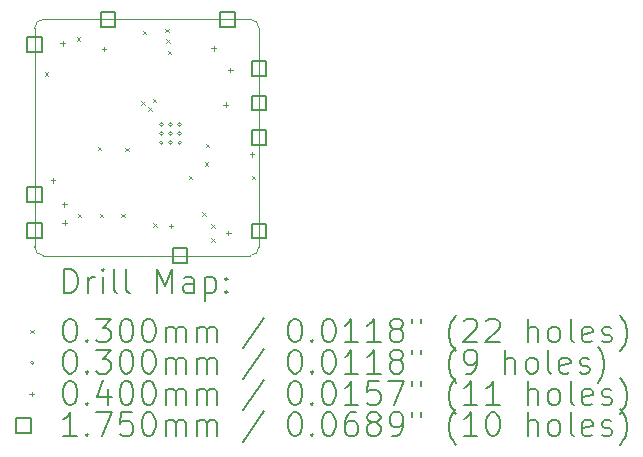
<source format=gbr>
%FSLAX45Y45*%
G04 Gerber Fmt 4.5, Leading zero omitted, Abs format (unit mm)*
G04 Created by KiCad (PCBNEW (6.0.0)) date 2022-08-29 11:13:16*
%MOMM*%
%LPD*%
G01*
G04 APERTURE LIST*
%TA.AperFunction,Profile*%
%ADD10C,0.100000*%
%TD*%
%ADD11C,0.200000*%
%ADD12C,0.030000*%
%ADD13C,0.040000*%
%ADD14C,0.175000*%
G04 APERTURE END LIST*
D10*
X14270920Y-9091680D02*
G75*
G03*
X14346000Y-9018200I3651J71367D01*
G01*
X12446000Y-7166680D02*
X12446000Y-9018200D01*
X14270920Y-7091680D02*
X12521000Y-7091680D01*
X12446000Y-9018200D02*
G75*
G03*
X12521000Y-9091680I72750J-761D01*
G01*
X12521000Y-9091680D02*
X14270920Y-9091680D01*
X12521000Y-7091680D02*
G75*
G03*
X12446000Y-7166680I-101J-74900D01*
G01*
X14346000Y-9018200D02*
X14346000Y-7166680D01*
X14346000Y-7166680D02*
G75*
G03*
X14270920Y-7091680I-74303J698D01*
G01*
D11*
D12*
X12530060Y-7541500D02*
X12560060Y-7571500D01*
X12560060Y-7541500D02*
X12530060Y-7571500D01*
X12804380Y-7244320D02*
X12834380Y-7274320D01*
X12834380Y-7244320D02*
X12804380Y-7274320D01*
X12812000Y-8737840D02*
X12842000Y-8767840D01*
X12842000Y-8737840D02*
X12812000Y-8767840D01*
X12982180Y-8171420D02*
X13012180Y-8201420D01*
X13012180Y-8171420D02*
X12982180Y-8201420D01*
X12997420Y-8737840D02*
X13027420Y-8767840D01*
X13027420Y-8737840D02*
X12997420Y-8767840D01*
X13177760Y-8737840D02*
X13207760Y-8767840D01*
X13207760Y-8737840D02*
X13177760Y-8767840D01*
X13212000Y-8180000D02*
X13242000Y-8210000D01*
X13242000Y-8180000D02*
X13212000Y-8210000D01*
X13350480Y-7785340D02*
X13380480Y-7815340D01*
X13380480Y-7785340D02*
X13350480Y-7815340D01*
X13360000Y-7188000D02*
X13390000Y-7218000D01*
X13390000Y-7188000D02*
X13360000Y-7218000D01*
X13406000Y-7837000D02*
X13436000Y-7867000D01*
X13436000Y-7837000D02*
X13406000Y-7867000D01*
X13447000Y-7765020D02*
X13477000Y-7795020D01*
X13477000Y-7765020D02*
X13447000Y-7795020D01*
X13450000Y-8820000D02*
X13480000Y-8850000D01*
X13480000Y-8820000D02*
X13450000Y-8850000D01*
X13551140Y-7173200D02*
X13581140Y-7203200D01*
X13581140Y-7173200D02*
X13551140Y-7203200D01*
X13559000Y-7261000D02*
X13589000Y-7291000D01*
X13589000Y-7261000D02*
X13559000Y-7291000D01*
X13574000Y-7358620D02*
X13604000Y-7388620D01*
X13604000Y-7358620D02*
X13574000Y-7388620D01*
X13751800Y-8417800D02*
X13781800Y-8447800D01*
X13781800Y-8417800D02*
X13751800Y-8447800D01*
X13867000Y-8725000D02*
X13897000Y-8755000D01*
X13897000Y-8725000D02*
X13867000Y-8755000D01*
X13886420Y-8300960D02*
X13916420Y-8330960D01*
X13916420Y-8300960D02*
X13886420Y-8330960D01*
X13896580Y-8143480D02*
X13926580Y-8173480D01*
X13926580Y-8143480D02*
X13896580Y-8173480D01*
X13940000Y-8826000D02*
X13970000Y-8856000D01*
X13970000Y-8826000D02*
X13940000Y-8856000D01*
X13942000Y-8945000D02*
X13972000Y-8975000D01*
X13972000Y-8945000D02*
X13942000Y-8975000D01*
X14285200Y-8417800D02*
X14315200Y-8447800D01*
X14315200Y-8417800D02*
X14285200Y-8447800D01*
X13534120Y-7981920D02*
G75*
G03*
X13534120Y-7981920I-15000J0D01*
G01*
X13534120Y-8059420D02*
G75*
G03*
X13534120Y-8059420I-15000J0D01*
G01*
X13534120Y-8136920D02*
G75*
G03*
X13534120Y-8136920I-15000J0D01*
G01*
X13611620Y-7981920D02*
G75*
G03*
X13611620Y-7981920I-15000J0D01*
G01*
X13611620Y-8059420D02*
G75*
G03*
X13611620Y-8059420I-15000J0D01*
G01*
X13611620Y-8136920D02*
G75*
G03*
X13611620Y-8136920I-15000J0D01*
G01*
X13689120Y-7981920D02*
G75*
G03*
X13689120Y-7981920I-15000J0D01*
G01*
X13689120Y-8059420D02*
G75*
G03*
X13689120Y-8059420I-15000J0D01*
G01*
X13689120Y-8136920D02*
G75*
G03*
X13689120Y-8136920I-15000J0D01*
G01*
D13*
X12601000Y-8434000D02*
X12601000Y-8474000D01*
X12581000Y-8454000D02*
X12621000Y-8454000D01*
X12683000Y-7276000D02*
X12683000Y-7316000D01*
X12663000Y-7296000D02*
X12703000Y-7296000D01*
X12697000Y-8639000D02*
X12697000Y-8679000D01*
X12677000Y-8659000D02*
X12717000Y-8659000D01*
X12701000Y-8793000D02*
X12701000Y-8833000D01*
X12681000Y-8813000D02*
X12721000Y-8813000D01*
X13034000Y-7323000D02*
X13034000Y-7363000D01*
X13014000Y-7343000D02*
X13054000Y-7343000D01*
X13600480Y-8822520D02*
X13600480Y-8862520D01*
X13580480Y-8842520D02*
X13620480Y-8842520D01*
X13963000Y-7316000D02*
X13963000Y-7356000D01*
X13943000Y-7336000D02*
X13983000Y-7336000D01*
X14063980Y-7795580D02*
X14063980Y-7835580D01*
X14043980Y-7815580D02*
X14083980Y-7815580D01*
X14087000Y-8881000D02*
X14087000Y-8921000D01*
X14067000Y-8901000D02*
X14107000Y-8901000D01*
X14104000Y-7502000D02*
X14104000Y-7542000D01*
X14084000Y-7522000D02*
X14124000Y-7522000D01*
X14287500Y-8214500D02*
X14287500Y-8254500D01*
X14267500Y-8234500D02*
X14307500Y-8234500D01*
D14*
X12507872Y-7366912D02*
X12507872Y-7243168D01*
X12384128Y-7243168D01*
X12384128Y-7366912D01*
X12507872Y-7366912D01*
X12507872Y-8639452D02*
X12507872Y-8515708D01*
X12384128Y-8515708D01*
X12384128Y-8639452D01*
X12507872Y-8639452D01*
X12507872Y-8941712D02*
X12507872Y-8817968D01*
X12384128Y-8817968D01*
X12384128Y-8941712D01*
X12507872Y-8941712D01*
X13130172Y-7153552D02*
X13130172Y-7029808D01*
X13006428Y-7029808D01*
X13006428Y-7153552D01*
X13130172Y-7153552D01*
X13739772Y-9152532D02*
X13739772Y-9028788D01*
X13616028Y-9028788D01*
X13616028Y-9152532D01*
X13739772Y-9152532D01*
X14143632Y-7153552D02*
X14143632Y-7029808D01*
X14019888Y-7029808D01*
X14019888Y-7153552D01*
X14143632Y-7153552D01*
X14407792Y-7570112D02*
X14407792Y-7446368D01*
X14284048Y-7446368D01*
X14284048Y-7570112D01*
X14407792Y-7570112D01*
X14407792Y-7862212D02*
X14407792Y-7738468D01*
X14284048Y-7738468D01*
X14284048Y-7862212D01*
X14407792Y-7862212D01*
X14407792Y-8156852D02*
X14407792Y-8033108D01*
X14284048Y-8033108D01*
X14284048Y-8156852D01*
X14407792Y-8156852D01*
X14407792Y-8946792D02*
X14407792Y-8823048D01*
X14284048Y-8823048D01*
X14284048Y-8946792D01*
X14407792Y-8946792D01*
D11*
X12698615Y-9407250D02*
X12698615Y-9207250D01*
X12746234Y-9207250D01*
X12774805Y-9216773D01*
X12793853Y-9235821D01*
X12803377Y-9254869D01*
X12812901Y-9292964D01*
X12812901Y-9321535D01*
X12803377Y-9359631D01*
X12793853Y-9378678D01*
X12774805Y-9397726D01*
X12746234Y-9407250D01*
X12698615Y-9407250D01*
X12898615Y-9407250D02*
X12898615Y-9273916D01*
X12898615Y-9312011D02*
X12908139Y-9292964D01*
X12917663Y-9283440D01*
X12936710Y-9273916D01*
X12955758Y-9273916D01*
X13022424Y-9407250D02*
X13022424Y-9273916D01*
X13022424Y-9207250D02*
X13012901Y-9216773D01*
X13022424Y-9226297D01*
X13031948Y-9216773D01*
X13022424Y-9207250D01*
X13022424Y-9226297D01*
X13146234Y-9407250D02*
X13127186Y-9397726D01*
X13117663Y-9378678D01*
X13117663Y-9207250D01*
X13250996Y-9407250D02*
X13231948Y-9397726D01*
X13222424Y-9378678D01*
X13222424Y-9207250D01*
X13479567Y-9407250D02*
X13479567Y-9207250D01*
X13546234Y-9350107D01*
X13612901Y-9207250D01*
X13612901Y-9407250D01*
X13793853Y-9407250D02*
X13793853Y-9302488D01*
X13784329Y-9283440D01*
X13765282Y-9273916D01*
X13727186Y-9273916D01*
X13708139Y-9283440D01*
X13793853Y-9397726D02*
X13774805Y-9407250D01*
X13727186Y-9407250D01*
X13708139Y-9397726D01*
X13698615Y-9378678D01*
X13698615Y-9359631D01*
X13708139Y-9340583D01*
X13727186Y-9331059D01*
X13774805Y-9331059D01*
X13793853Y-9321535D01*
X13889091Y-9273916D02*
X13889091Y-9473916D01*
X13889091Y-9283440D02*
X13908139Y-9273916D01*
X13946234Y-9273916D01*
X13965282Y-9283440D01*
X13974805Y-9292964D01*
X13984329Y-9312011D01*
X13984329Y-9369154D01*
X13974805Y-9388202D01*
X13965282Y-9397726D01*
X13946234Y-9407250D01*
X13908139Y-9407250D01*
X13889091Y-9397726D01*
X14070044Y-9388202D02*
X14079567Y-9397726D01*
X14070044Y-9407250D01*
X14060520Y-9397726D01*
X14070044Y-9388202D01*
X14070044Y-9407250D01*
X14070044Y-9283440D02*
X14079567Y-9292964D01*
X14070044Y-9302488D01*
X14060520Y-9292964D01*
X14070044Y-9283440D01*
X14070044Y-9302488D01*
D12*
X12410996Y-9721773D02*
X12440996Y-9751773D01*
X12440996Y-9721773D02*
X12410996Y-9751773D01*
D11*
X12736710Y-9627250D02*
X12755758Y-9627250D01*
X12774805Y-9636773D01*
X12784329Y-9646297D01*
X12793853Y-9665345D01*
X12803377Y-9703440D01*
X12803377Y-9751059D01*
X12793853Y-9789154D01*
X12784329Y-9808202D01*
X12774805Y-9817726D01*
X12755758Y-9827250D01*
X12736710Y-9827250D01*
X12717663Y-9817726D01*
X12708139Y-9808202D01*
X12698615Y-9789154D01*
X12689091Y-9751059D01*
X12689091Y-9703440D01*
X12698615Y-9665345D01*
X12708139Y-9646297D01*
X12717663Y-9636773D01*
X12736710Y-9627250D01*
X12889091Y-9808202D02*
X12898615Y-9817726D01*
X12889091Y-9827250D01*
X12879567Y-9817726D01*
X12889091Y-9808202D01*
X12889091Y-9827250D01*
X12965282Y-9627250D02*
X13089091Y-9627250D01*
X13022424Y-9703440D01*
X13050996Y-9703440D01*
X13070044Y-9712964D01*
X13079567Y-9722488D01*
X13089091Y-9741535D01*
X13089091Y-9789154D01*
X13079567Y-9808202D01*
X13070044Y-9817726D01*
X13050996Y-9827250D01*
X12993853Y-9827250D01*
X12974805Y-9817726D01*
X12965282Y-9808202D01*
X13212901Y-9627250D02*
X13231948Y-9627250D01*
X13250996Y-9636773D01*
X13260520Y-9646297D01*
X13270044Y-9665345D01*
X13279567Y-9703440D01*
X13279567Y-9751059D01*
X13270044Y-9789154D01*
X13260520Y-9808202D01*
X13250996Y-9817726D01*
X13231948Y-9827250D01*
X13212901Y-9827250D01*
X13193853Y-9817726D01*
X13184329Y-9808202D01*
X13174805Y-9789154D01*
X13165282Y-9751059D01*
X13165282Y-9703440D01*
X13174805Y-9665345D01*
X13184329Y-9646297D01*
X13193853Y-9636773D01*
X13212901Y-9627250D01*
X13403377Y-9627250D02*
X13422424Y-9627250D01*
X13441472Y-9636773D01*
X13450996Y-9646297D01*
X13460520Y-9665345D01*
X13470044Y-9703440D01*
X13470044Y-9751059D01*
X13460520Y-9789154D01*
X13450996Y-9808202D01*
X13441472Y-9817726D01*
X13422424Y-9827250D01*
X13403377Y-9827250D01*
X13384329Y-9817726D01*
X13374805Y-9808202D01*
X13365282Y-9789154D01*
X13355758Y-9751059D01*
X13355758Y-9703440D01*
X13365282Y-9665345D01*
X13374805Y-9646297D01*
X13384329Y-9636773D01*
X13403377Y-9627250D01*
X13555758Y-9827250D02*
X13555758Y-9693916D01*
X13555758Y-9712964D02*
X13565282Y-9703440D01*
X13584329Y-9693916D01*
X13612901Y-9693916D01*
X13631948Y-9703440D01*
X13641472Y-9722488D01*
X13641472Y-9827250D01*
X13641472Y-9722488D02*
X13650996Y-9703440D01*
X13670044Y-9693916D01*
X13698615Y-9693916D01*
X13717663Y-9703440D01*
X13727186Y-9722488D01*
X13727186Y-9827250D01*
X13822424Y-9827250D02*
X13822424Y-9693916D01*
X13822424Y-9712964D02*
X13831948Y-9703440D01*
X13850996Y-9693916D01*
X13879567Y-9693916D01*
X13898615Y-9703440D01*
X13908139Y-9722488D01*
X13908139Y-9827250D01*
X13908139Y-9722488D02*
X13917663Y-9703440D01*
X13936710Y-9693916D01*
X13965282Y-9693916D01*
X13984329Y-9703440D01*
X13993853Y-9722488D01*
X13993853Y-9827250D01*
X14384329Y-9617726D02*
X14212901Y-9874869D01*
X14641472Y-9627250D02*
X14660520Y-9627250D01*
X14679567Y-9636773D01*
X14689091Y-9646297D01*
X14698615Y-9665345D01*
X14708139Y-9703440D01*
X14708139Y-9751059D01*
X14698615Y-9789154D01*
X14689091Y-9808202D01*
X14679567Y-9817726D01*
X14660520Y-9827250D01*
X14641472Y-9827250D01*
X14622424Y-9817726D01*
X14612901Y-9808202D01*
X14603377Y-9789154D01*
X14593853Y-9751059D01*
X14593853Y-9703440D01*
X14603377Y-9665345D01*
X14612901Y-9646297D01*
X14622424Y-9636773D01*
X14641472Y-9627250D01*
X14793853Y-9808202D02*
X14803377Y-9817726D01*
X14793853Y-9827250D01*
X14784329Y-9817726D01*
X14793853Y-9808202D01*
X14793853Y-9827250D01*
X14927186Y-9627250D02*
X14946234Y-9627250D01*
X14965282Y-9636773D01*
X14974805Y-9646297D01*
X14984329Y-9665345D01*
X14993853Y-9703440D01*
X14993853Y-9751059D01*
X14984329Y-9789154D01*
X14974805Y-9808202D01*
X14965282Y-9817726D01*
X14946234Y-9827250D01*
X14927186Y-9827250D01*
X14908139Y-9817726D01*
X14898615Y-9808202D01*
X14889091Y-9789154D01*
X14879567Y-9751059D01*
X14879567Y-9703440D01*
X14889091Y-9665345D01*
X14898615Y-9646297D01*
X14908139Y-9636773D01*
X14927186Y-9627250D01*
X15184329Y-9827250D02*
X15070044Y-9827250D01*
X15127186Y-9827250D02*
X15127186Y-9627250D01*
X15108139Y-9655821D01*
X15089091Y-9674869D01*
X15070044Y-9684392D01*
X15374805Y-9827250D02*
X15260520Y-9827250D01*
X15317663Y-9827250D02*
X15317663Y-9627250D01*
X15298615Y-9655821D01*
X15279567Y-9674869D01*
X15260520Y-9684392D01*
X15489091Y-9712964D02*
X15470044Y-9703440D01*
X15460520Y-9693916D01*
X15450996Y-9674869D01*
X15450996Y-9665345D01*
X15460520Y-9646297D01*
X15470044Y-9636773D01*
X15489091Y-9627250D01*
X15527186Y-9627250D01*
X15546234Y-9636773D01*
X15555758Y-9646297D01*
X15565282Y-9665345D01*
X15565282Y-9674869D01*
X15555758Y-9693916D01*
X15546234Y-9703440D01*
X15527186Y-9712964D01*
X15489091Y-9712964D01*
X15470044Y-9722488D01*
X15460520Y-9732011D01*
X15450996Y-9751059D01*
X15450996Y-9789154D01*
X15460520Y-9808202D01*
X15470044Y-9817726D01*
X15489091Y-9827250D01*
X15527186Y-9827250D01*
X15546234Y-9817726D01*
X15555758Y-9808202D01*
X15565282Y-9789154D01*
X15565282Y-9751059D01*
X15555758Y-9732011D01*
X15546234Y-9722488D01*
X15527186Y-9712964D01*
X15641472Y-9627250D02*
X15641472Y-9665345D01*
X15717663Y-9627250D02*
X15717663Y-9665345D01*
X16012901Y-9903440D02*
X16003377Y-9893916D01*
X15984329Y-9865345D01*
X15974805Y-9846297D01*
X15965282Y-9817726D01*
X15955758Y-9770107D01*
X15955758Y-9732011D01*
X15965282Y-9684392D01*
X15974805Y-9655821D01*
X15984329Y-9636773D01*
X16003377Y-9608202D01*
X16012901Y-9598678D01*
X16079567Y-9646297D02*
X16089091Y-9636773D01*
X16108139Y-9627250D01*
X16155758Y-9627250D01*
X16174805Y-9636773D01*
X16184329Y-9646297D01*
X16193853Y-9665345D01*
X16193853Y-9684392D01*
X16184329Y-9712964D01*
X16070044Y-9827250D01*
X16193853Y-9827250D01*
X16270044Y-9646297D02*
X16279567Y-9636773D01*
X16298615Y-9627250D01*
X16346234Y-9627250D01*
X16365282Y-9636773D01*
X16374805Y-9646297D01*
X16384329Y-9665345D01*
X16384329Y-9684392D01*
X16374805Y-9712964D01*
X16260520Y-9827250D01*
X16384329Y-9827250D01*
X16622424Y-9827250D02*
X16622424Y-9627250D01*
X16708139Y-9827250D02*
X16708139Y-9722488D01*
X16698615Y-9703440D01*
X16679567Y-9693916D01*
X16650996Y-9693916D01*
X16631948Y-9703440D01*
X16622424Y-9712964D01*
X16831948Y-9827250D02*
X16812901Y-9817726D01*
X16803377Y-9808202D01*
X16793853Y-9789154D01*
X16793853Y-9732011D01*
X16803377Y-9712964D01*
X16812901Y-9703440D01*
X16831948Y-9693916D01*
X16860520Y-9693916D01*
X16879567Y-9703440D01*
X16889091Y-9712964D01*
X16898615Y-9732011D01*
X16898615Y-9789154D01*
X16889091Y-9808202D01*
X16879567Y-9817726D01*
X16860520Y-9827250D01*
X16831948Y-9827250D01*
X17012901Y-9827250D02*
X16993853Y-9817726D01*
X16984329Y-9798678D01*
X16984329Y-9627250D01*
X17165282Y-9817726D02*
X17146234Y-9827250D01*
X17108139Y-9827250D01*
X17089091Y-9817726D01*
X17079567Y-9798678D01*
X17079567Y-9722488D01*
X17089091Y-9703440D01*
X17108139Y-9693916D01*
X17146234Y-9693916D01*
X17165282Y-9703440D01*
X17174806Y-9722488D01*
X17174806Y-9741535D01*
X17079567Y-9760583D01*
X17250996Y-9817726D02*
X17270044Y-9827250D01*
X17308139Y-9827250D01*
X17327186Y-9817726D01*
X17336710Y-9798678D01*
X17336710Y-9789154D01*
X17327186Y-9770107D01*
X17308139Y-9760583D01*
X17279567Y-9760583D01*
X17260520Y-9751059D01*
X17250996Y-9732011D01*
X17250996Y-9722488D01*
X17260520Y-9703440D01*
X17279567Y-9693916D01*
X17308139Y-9693916D01*
X17327186Y-9703440D01*
X17403377Y-9903440D02*
X17412901Y-9893916D01*
X17431948Y-9865345D01*
X17441472Y-9846297D01*
X17450996Y-9817726D01*
X17460520Y-9770107D01*
X17460520Y-9732011D01*
X17450996Y-9684392D01*
X17441472Y-9655821D01*
X17431948Y-9636773D01*
X17412901Y-9608202D01*
X17403377Y-9598678D01*
D12*
X12440996Y-10000773D02*
G75*
G03*
X12440996Y-10000773I-15000J0D01*
G01*
D11*
X12736710Y-9891250D02*
X12755758Y-9891250D01*
X12774805Y-9900773D01*
X12784329Y-9910297D01*
X12793853Y-9929345D01*
X12803377Y-9967440D01*
X12803377Y-10015059D01*
X12793853Y-10053154D01*
X12784329Y-10072202D01*
X12774805Y-10081726D01*
X12755758Y-10091250D01*
X12736710Y-10091250D01*
X12717663Y-10081726D01*
X12708139Y-10072202D01*
X12698615Y-10053154D01*
X12689091Y-10015059D01*
X12689091Y-9967440D01*
X12698615Y-9929345D01*
X12708139Y-9910297D01*
X12717663Y-9900773D01*
X12736710Y-9891250D01*
X12889091Y-10072202D02*
X12898615Y-10081726D01*
X12889091Y-10091250D01*
X12879567Y-10081726D01*
X12889091Y-10072202D01*
X12889091Y-10091250D01*
X12965282Y-9891250D02*
X13089091Y-9891250D01*
X13022424Y-9967440D01*
X13050996Y-9967440D01*
X13070044Y-9976964D01*
X13079567Y-9986488D01*
X13089091Y-10005535D01*
X13089091Y-10053154D01*
X13079567Y-10072202D01*
X13070044Y-10081726D01*
X13050996Y-10091250D01*
X12993853Y-10091250D01*
X12974805Y-10081726D01*
X12965282Y-10072202D01*
X13212901Y-9891250D02*
X13231948Y-9891250D01*
X13250996Y-9900773D01*
X13260520Y-9910297D01*
X13270044Y-9929345D01*
X13279567Y-9967440D01*
X13279567Y-10015059D01*
X13270044Y-10053154D01*
X13260520Y-10072202D01*
X13250996Y-10081726D01*
X13231948Y-10091250D01*
X13212901Y-10091250D01*
X13193853Y-10081726D01*
X13184329Y-10072202D01*
X13174805Y-10053154D01*
X13165282Y-10015059D01*
X13165282Y-9967440D01*
X13174805Y-9929345D01*
X13184329Y-9910297D01*
X13193853Y-9900773D01*
X13212901Y-9891250D01*
X13403377Y-9891250D02*
X13422424Y-9891250D01*
X13441472Y-9900773D01*
X13450996Y-9910297D01*
X13460520Y-9929345D01*
X13470044Y-9967440D01*
X13470044Y-10015059D01*
X13460520Y-10053154D01*
X13450996Y-10072202D01*
X13441472Y-10081726D01*
X13422424Y-10091250D01*
X13403377Y-10091250D01*
X13384329Y-10081726D01*
X13374805Y-10072202D01*
X13365282Y-10053154D01*
X13355758Y-10015059D01*
X13355758Y-9967440D01*
X13365282Y-9929345D01*
X13374805Y-9910297D01*
X13384329Y-9900773D01*
X13403377Y-9891250D01*
X13555758Y-10091250D02*
X13555758Y-9957916D01*
X13555758Y-9976964D02*
X13565282Y-9967440D01*
X13584329Y-9957916D01*
X13612901Y-9957916D01*
X13631948Y-9967440D01*
X13641472Y-9986488D01*
X13641472Y-10091250D01*
X13641472Y-9986488D02*
X13650996Y-9967440D01*
X13670044Y-9957916D01*
X13698615Y-9957916D01*
X13717663Y-9967440D01*
X13727186Y-9986488D01*
X13727186Y-10091250D01*
X13822424Y-10091250D02*
X13822424Y-9957916D01*
X13822424Y-9976964D02*
X13831948Y-9967440D01*
X13850996Y-9957916D01*
X13879567Y-9957916D01*
X13898615Y-9967440D01*
X13908139Y-9986488D01*
X13908139Y-10091250D01*
X13908139Y-9986488D02*
X13917663Y-9967440D01*
X13936710Y-9957916D01*
X13965282Y-9957916D01*
X13984329Y-9967440D01*
X13993853Y-9986488D01*
X13993853Y-10091250D01*
X14384329Y-9881726D02*
X14212901Y-10138869D01*
X14641472Y-9891250D02*
X14660520Y-9891250D01*
X14679567Y-9900773D01*
X14689091Y-9910297D01*
X14698615Y-9929345D01*
X14708139Y-9967440D01*
X14708139Y-10015059D01*
X14698615Y-10053154D01*
X14689091Y-10072202D01*
X14679567Y-10081726D01*
X14660520Y-10091250D01*
X14641472Y-10091250D01*
X14622424Y-10081726D01*
X14612901Y-10072202D01*
X14603377Y-10053154D01*
X14593853Y-10015059D01*
X14593853Y-9967440D01*
X14603377Y-9929345D01*
X14612901Y-9910297D01*
X14622424Y-9900773D01*
X14641472Y-9891250D01*
X14793853Y-10072202D02*
X14803377Y-10081726D01*
X14793853Y-10091250D01*
X14784329Y-10081726D01*
X14793853Y-10072202D01*
X14793853Y-10091250D01*
X14927186Y-9891250D02*
X14946234Y-9891250D01*
X14965282Y-9900773D01*
X14974805Y-9910297D01*
X14984329Y-9929345D01*
X14993853Y-9967440D01*
X14993853Y-10015059D01*
X14984329Y-10053154D01*
X14974805Y-10072202D01*
X14965282Y-10081726D01*
X14946234Y-10091250D01*
X14927186Y-10091250D01*
X14908139Y-10081726D01*
X14898615Y-10072202D01*
X14889091Y-10053154D01*
X14879567Y-10015059D01*
X14879567Y-9967440D01*
X14889091Y-9929345D01*
X14898615Y-9910297D01*
X14908139Y-9900773D01*
X14927186Y-9891250D01*
X15184329Y-10091250D02*
X15070044Y-10091250D01*
X15127186Y-10091250D02*
X15127186Y-9891250D01*
X15108139Y-9919821D01*
X15089091Y-9938869D01*
X15070044Y-9948392D01*
X15374805Y-10091250D02*
X15260520Y-10091250D01*
X15317663Y-10091250D02*
X15317663Y-9891250D01*
X15298615Y-9919821D01*
X15279567Y-9938869D01*
X15260520Y-9948392D01*
X15489091Y-9976964D02*
X15470044Y-9967440D01*
X15460520Y-9957916D01*
X15450996Y-9938869D01*
X15450996Y-9929345D01*
X15460520Y-9910297D01*
X15470044Y-9900773D01*
X15489091Y-9891250D01*
X15527186Y-9891250D01*
X15546234Y-9900773D01*
X15555758Y-9910297D01*
X15565282Y-9929345D01*
X15565282Y-9938869D01*
X15555758Y-9957916D01*
X15546234Y-9967440D01*
X15527186Y-9976964D01*
X15489091Y-9976964D01*
X15470044Y-9986488D01*
X15460520Y-9996011D01*
X15450996Y-10015059D01*
X15450996Y-10053154D01*
X15460520Y-10072202D01*
X15470044Y-10081726D01*
X15489091Y-10091250D01*
X15527186Y-10091250D01*
X15546234Y-10081726D01*
X15555758Y-10072202D01*
X15565282Y-10053154D01*
X15565282Y-10015059D01*
X15555758Y-9996011D01*
X15546234Y-9986488D01*
X15527186Y-9976964D01*
X15641472Y-9891250D02*
X15641472Y-9929345D01*
X15717663Y-9891250D02*
X15717663Y-9929345D01*
X16012901Y-10167440D02*
X16003377Y-10157916D01*
X15984329Y-10129345D01*
X15974805Y-10110297D01*
X15965282Y-10081726D01*
X15955758Y-10034107D01*
X15955758Y-9996011D01*
X15965282Y-9948392D01*
X15974805Y-9919821D01*
X15984329Y-9900773D01*
X16003377Y-9872202D01*
X16012901Y-9862678D01*
X16098615Y-10091250D02*
X16136710Y-10091250D01*
X16155758Y-10081726D01*
X16165282Y-10072202D01*
X16184329Y-10043631D01*
X16193853Y-10005535D01*
X16193853Y-9929345D01*
X16184329Y-9910297D01*
X16174805Y-9900773D01*
X16155758Y-9891250D01*
X16117663Y-9891250D01*
X16098615Y-9900773D01*
X16089091Y-9910297D01*
X16079567Y-9929345D01*
X16079567Y-9976964D01*
X16089091Y-9996011D01*
X16098615Y-10005535D01*
X16117663Y-10015059D01*
X16155758Y-10015059D01*
X16174805Y-10005535D01*
X16184329Y-9996011D01*
X16193853Y-9976964D01*
X16431948Y-10091250D02*
X16431948Y-9891250D01*
X16517663Y-10091250D02*
X16517663Y-9986488D01*
X16508139Y-9967440D01*
X16489091Y-9957916D01*
X16460520Y-9957916D01*
X16441472Y-9967440D01*
X16431948Y-9976964D01*
X16641472Y-10091250D02*
X16622424Y-10081726D01*
X16612901Y-10072202D01*
X16603377Y-10053154D01*
X16603377Y-9996011D01*
X16612901Y-9976964D01*
X16622424Y-9967440D01*
X16641472Y-9957916D01*
X16670044Y-9957916D01*
X16689091Y-9967440D01*
X16698615Y-9976964D01*
X16708139Y-9996011D01*
X16708139Y-10053154D01*
X16698615Y-10072202D01*
X16689091Y-10081726D01*
X16670044Y-10091250D01*
X16641472Y-10091250D01*
X16822425Y-10091250D02*
X16803377Y-10081726D01*
X16793853Y-10062678D01*
X16793853Y-9891250D01*
X16974806Y-10081726D02*
X16955758Y-10091250D01*
X16917663Y-10091250D01*
X16898615Y-10081726D01*
X16889091Y-10062678D01*
X16889091Y-9986488D01*
X16898615Y-9967440D01*
X16917663Y-9957916D01*
X16955758Y-9957916D01*
X16974806Y-9967440D01*
X16984329Y-9986488D01*
X16984329Y-10005535D01*
X16889091Y-10024583D01*
X17060520Y-10081726D02*
X17079567Y-10091250D01*
X17117663Y-10091250D01*
X17136710Y-10081726D01*
X17146234Y-10062678D01*
X17146234Y-10053154D01*
X17136710Y-10034107D01*
X17117663Y-10024583D01*
X17089091Y-10024583D01*
X17070044Y-10015059D01*
X17060520Y-9996011D01*
X17060520Y-9986488D01*
X17070044Y-9967440D01*
X17089091Y-9957916D01*
X17117663Y-9957916D01*
X17136710Y-9967440D01*
X17212901Y-10167440D02*
X17222425Y-10157916D01*
X17241472Y-10129345D01*
X17250996Y-10110297D01*
X17260520Y-10081726D01*
X17270044Y-10034107D01*
X17270044Y-9996011D01*
X17260520Y-9948392D01*
X17250996Y-9919821D01*
X17241472Y-9900773D01*
X17222425Y-9872202D01*
X17212901Y-9862678D01*
D13*
X12420996Y-10244773D02*
X12420996Y-10284773D01*
X12400996Y-10264773D02*
X12440996Y-10264773D01*
D11*
X12736710Y-10155250D02*
X12755758Y-10155250D01*
X12774805Y-10164773D01*
X12784329Y-10174297D01*
X12793853Y-10193345D01*
X12803377Y-10231440D01*
X12803377Y-10279059D01*
X12793853Y-10317154D01*
X12784329Y-10336202D01*
X12774805Y-10345726D01*
X12755758Y-10355250D01*
X12736710Y-10355250D01*
X12717663Y-10345726D01*
X12708139Y-10336202D01*
X12698615Y-10317154D01*
X12689091Y-10279059D01*
X12689091Y-10231440D01*
X12698615Y-10193345D01*
X12708139Y-10174297D01*
X12717663Y-10164773D01*
X12736710Y-10155250D01*
X12889091Y-10336202D02*
X12898615Y-10345726D01*
X12889091Y-10355250D01*
X12879567Y-10345726D01*
X12889091Y-10336202D01*
X12889091Y-10355250D01*
X13070044Y-10221916D02*
X13070044Y-10355250D01*
X13022424Y-10145726D02*
X12974805Y-10288583D01*
X13098615Y-10288583D01*
X13212901Y-10155250D02*
X13231948Y-10155250D01*
X13250996Y-10164773D01*
X13260520Y-10174297D01*
X13270044Y-10193345D01*
X13279567Y-10231440D01*
X13279567Y-10279059D01*
X13270044Y-10317154D01*
X13260520Y-10336202D01*
X13250996Y-10345726D01*
X13231948Y-10355250D01*
X13212901Y-10355250D01*
X13193853Y-10345726D01*
X13184329Y-10336202D01*
X13174805Y-10317154D01*
X13165282Y-10279059D01*
X13165282Y-10231440D01*
X13174805Y-10193345D01*
X13184329Y-10174297D01*
X13193853Y-10164773D01*
X13212901Y-10155250D01*
X13403377Y-10155250D02*
X13422424Y-10155250D01*
X13441472Y-10164773D01*
X13450996Y-10174297D01*
X13460520Y-10193345D01*
X13470044Y-10231440D01*
X13470044Y-10279059D01*
X13460520Y-10317154D01*
X13450996Y-10336202D01*
X13441472Y-10345726D01*
X13422424Y-10355250D01*
X13403377Y-10355250D01*
X13384329Y-10345726D01*
X13374805Y-10336202D01*
X13365282Y-10317154D01*
X13355758Y-10279059D01*
X13355758Y-10231440D01*
X13365282Y-10193345D01*
X13374805Y-10174297D01*
X13384329Y-10164773D01*
X13403377Y-10155250D01*
X13555758Y-10355250D02*
X13555758Y-10221916D01*
X13555758Y-10240964D02*
X13565282Y-10231440D01*
X13584329Y-10221916D01*
X13612901Y-10221916D01*
X13631948Y-10231440D01*
X13641472Y-10250488D01*
X13641472Y-10355250D01*
X13641472Y-10250488D02*
X13650996Y-10231440D01*
X13670044Y-10221916D01*
X13698615Y-10221916D01*
X13717663Y-10231440D01*
X13727186Y-10250488D01*
X13727186Y-10355250D01*
X13822424Y-10355250D02*
X13822424Y-10221916D01*
X13822424Y-10240964D02*
X13831948Y-10231440D01*
X13850996Y-10221916D01*
X13879567Y-10221916D01*
X13898615Y-10231440D01*
X13908139Y-10250488D01*
X13908139Y-10355250D01*
X13908139Y-10250488D02*
X13917663Y-10231440D01*
X13936710Y-10221916D01*
X13965282Y-10221916D01*
X13984329Y-10231440D01*
X13993853Y-10250488D01*
X13993853Y-10355250D01*
X14384329Y-10145726D02*
X14212901Y-10402869D01*
X14641472Y-10155250D02*
X14660520Y-10155250D01*
X14679567Y-10164773D01*
X14689091Y-10174297D01*
X14698615Y-10193345D01*
X14708139Y-10231440D01*
X14708139Y-10279059D01*
X14698615Y-10317154D01*
X14689091Y-10336202D01*
X14679567Y-10345726D01*
X14660520Y-10355250D01*
X14641472Y-10355250D01*
X14622424Y-10345726D01*
X14612901Y-10336202D01*
X14603377Y-10317154D01*
X14593853Y-10279059D01*
X14593853Y-10231440D01*
X14603377Y-10193345D01*
X14612901Y-10174297D01*
X14622424Y-10164773D01*
X14641472Y-10155250D01*
X14793853Y-10336202D02*
X14803377Y-10345726D01*
X14793853Y-10355250D01*
X14784329Y-10345726D01*
X14793853Y-10336202D01*
X14793853Y-10355250D01*
X14927186Y-10155250D02*
X14946234Y-10155250D01*
X14965282Y-10164773D01*
X14974805Y-10174297D01*
X14984329Y-10193345D01*
X14993853Y-10231440D01*
X14993853Y-10279059D01*
X14984329Y-10317154D01*
X14974805Y-10336202D01*
X14965282Y-10345726D01*
X14946234Y-10355250D01*
X14927186Y-10355250D01*
X14908139Y-10345726D01*
X14898615Y-10336202D01*
X14889091Y-10317154D01*
X14879567Y-10279059D01*
X14879567Y-10231440D01*
X14889091Y-10193345D01*
X14898615Y-10174297D01*
X14908139Y-10164773D01*
X14927186Y-10155250D01*
X15184329Y-10355250D02*
X15070044Y-10355250D01*
X15127186Y-10355250D02*
X15127186Y-10155250D01*
X15108139Y-10183821D01*
X15089091Y-10202869D01*
X15070044Y-10212392D01*
X15365282Y-10155250D02*
X15270044Y-10155250D01*
X15260520Y-10250488D01*
X15270044Y-10240964D01*
X15289091Y-10231440D01*
X15336710Y-10231440D01*
X15355758Y-10240964D01*
X15365282Y-10250488D01*
X15374805Y-10269535D01*
X15374805Y-10317154D01*
X15365282Y-10336202D01*
X15355758Y-10345726D01*
X15336710Y-10355250D01*
X15289091Y-10355250D01*
X15270044Y-10345726D01*
X15260520Y-10336202D01*
X15441472Y-10155250D02*
X15574805Y-10155250D01*
X15489091Y-10355250D01*
X15641472Y-10155250D02*
X15641472Y-10193345D01*
X15717663Y-10155250D02*
X15717663Y-10193345D01*
X16012901Y-10431440D02*
X16003377Y-10421916D01*
X15984329Y-10393345D01*
X15974805Y-10374297D01*
X15965282Y-10345726D01*
X15955758Y-10298107D01*
X15955758Y-10260011D01*
X15965282Y-10212392D01*
X15974805Y-10183821D01*
X15984329Y-10164773D01*
X16003377Y-10136202D01*
X16012901Y-10126678D01*
X16193853Y-10355250D02*
X16079567Y-10355250D01*
X16136710Y-10355250D02*
X16136710Y-10155250D01*
X16117663Y-10183821D01*
X16098615Y-10202869D01*
X16079567Y-10212392D01*
X16384329Y-10355250D02*
X16270044Y-10355250D01*
X16327186Y-10355250D02*
X16327186Y-10155250D01*
X16308139Y-10183821D01*
X16289091Y-10202869D01*
X16270044Y-10212392D01*
X16622424Y-10355250D02*
X16622424Y-10155250D01*
X16708139Y-10355250D02*
X16708139Y-10250488D01*
X16698615Y-10231440D01*
X16679567Y-10221916D01*
X16650996Y-10221916D01*
X16631948Y-10231440D01*
X16622424Y-10240964D01*
X16831948Y-10355250D02*
X16812901Y-10345726D01*
X16803377Y-10336202D01*
X16793853Y-10317154D01*
X16793853Y-10260011D01*
X16803377Y-10240964D01*
X16812901Y-10231440D01*
X16831948Y-10221916D01*
X16860520Y-10221916D01*
X16879567Y-10231440D01*
X16889091Y-10240964D01*
X16898615Y-10260011D01*
X16898615Y-10317154D01*
X16889091Y-10336202D01*
X16879567Y-10345726D01*
X16860520Y-10355250D01*
X16831948Y-10355250D01*
X17012901Y-10355250D02*
X16993853Y-10345726D01*
X16984329Y-10326678D01*
X16984329Y-10155250D01*
X17165282Y-10345726D02*
X17146234Y-10355250D01*
X17108139Y-10355250D01*
X17089091Y-10345726D01*
X17079567Y-10326678D01*
X17079567Y-10250488D01*
X17089091Y-10231440D01*
X17108139Y-10221916D01*
X17146234Y-10221916D01*
X17165282Y-10231440D01*
X17174806Y-10250488D01*
X17174806Y-10269535D01*
X17079567Y-10288583D01*
X17250996Y-10345726D02*
X17270044Y-10355250D01*
X17308139Y-10355250D01*
X17327186Y-10345726D01*
X17336710Y-10326678D01*
X17336710Y-10317154D01*
X17327186Y-10298107D01*
X17308139Y-10288583D01*
X17279567Y-10288583D01*
X17260520Y-10279059D01*
X17250996Y-10260011D01*
X17250996Y-10250488D01*
X17260520Y-10231440D01*
X17279567Y-10221916D01*
X17308139Y-10221916D01*
X17327186Y-10231440D01*
X17403377Y-10431440D02*
X17412901Y-10421916D01*
X17431948Y-10393345D01*
X17441472Y-10374297D01*
X17450996Y-10345726D01*
X17460520Y-10298107D01*
X17460520Y-10260011D01*
X17450996Y-10212392D01*
X17441472Y-10183821D01*
X17431948Y-10164773D01*
X17412901Y-10136202D01*
X17403377Y-10126678D01*
D14*
X12415368Y-10590646D02*
X12415368Y-10466901D01*
X12291624Y-10466901D01*
X12291624Y-10590646D01*
X12415368Y-10590646D01*
D11*
X12803377Y-10619250D02*
X12689091Y-10619250D01*
X12746234Y-10619250D02*
X12746234Y-10419250D01*
X12727186Y-10447821D01*
X12708139Y-10466869D01*
X12689091Y-10476392D01*
X12889091Y-10600202D02*
X12898615Y-10609726D01*
X12889091Y-10619250D01*
X12879567Y-10609726D01*
X12889091Y-10600202D01*
X12889091Y-10619250D01*
X12965282Y-10419250D02*
X13098615Y-10419250D01*
X13012901Y-10619250D01*
X13270044Y-10419250D02*
X13174805Y-10419250D01*
X13165282Y-10514488D01*
X13174805Y-10504964D01*
X13193853Y-10495440D01*
X13241472Y-10495440D01*
X13260520Y-10504964D01*
X13270044Y-10514488D01*
X13279567Y-10533535D01*
X13279567Y-10581154D01*
X13270044Y-10600202D01*
X13260520Y-10609726D01*
X13241472Y-10619250D01*
X13193853Y-10619250D01*
X13174805Y-10609726D01*
X13165282Y-10600202D01*
X13403377Y-10419250D02*
X13422424Y-10419250D01*
X13441472Y-10428773D01*
X13450996Y-10438297D01*
X13460520Y-10457345D01*
X13470044Y-10495440D01*
X13470044Y-10543059D01*
X13460520Y-10581154D01*
X13450996Y-10600202D01*
X13441472Y-10609726D01*
X13422424Y-10619250D01*
X13403377Y-10619250D01*
X13384329Y-10609726D01*
X13374805Y-10600202D01*
X13365282Y-10581154D01*
X13355758Y-10543059D01*
X13355758Y-10495440D01*
X13365282Y-10457345D01*
X13374805Y-10438297D01*
X13384329Y-10428773D01*
X13403377Y-10419250D01*
X13555758Y-10619250D02*
X13555758Y-10485916D01*
X13555758Y-10504964D02*
X13565282Y-10495440D01*
X13584329Y-10485916D01*
X13612901Y-10485916D01*
X13631948Y-10495440D01*
X13641472Y-10514488D01*
X13641472Y-10619250D01*
X13641472Y-10514488D02*
X13650996Y-10495440D01*
X13670044Y-10485916D01*
X13698615Y-10485916D01*
X13717663Y-10495440D01*
X13727186Y-10514488D01*
X13727186Y-10619250D01*
X13822424Y-10619250D02*
X13822424Y-10485916D01*
X13822424Y-10504964D02*
X13831948Y-10495440D01*
X13850996Y-10485916D01*
X13879567Y-10485916D01*
X13898615Y-10495440D01*
X13908139Y-10514488D01*
X13908139Y-10619250D01*
X13908139Y-10514488D02*
X13917663Y-10495440D01*
X13936710Y-10485916D01*
X13965282Y-10485916D01*
X13984329Y-10495440D01*
X13993853Y-10514488D01*
X13993853Y-10619250D01*
X14384329Y-10409726D02*
X14212901Y-10666869D01*
X14641472Y-10419250D02*
X14660520Y-10419250D01*
X14679567Y-10428773D01*
X14689091Y-10438297D01*
X14698615Y-10457345D01*
X14708139Y-10495440D01*
X14708139Y-10543059D01*
X14698615Y-10581154D01*
X14689091Y-10600202D01*
X14679567Y-10609726D01*
X14660520Y-10619250D01*
X14641472Y-10619250D01*
X14622424Y-10609726D01*
X14612901Y-10600202D01*
X14603377Y-10581154D01*
X14593853Y-10543059D01*
X14593853Y-10495440D01*
X14603377Y-10457345D01*
X14612901Y-10438297D01*
X14622424Y-10428773D01*
X14641472Y-10419250D01*
X14793853Y-10600202D02*
X14803377Y-10609726D01*
X14793853Y-10619250D01*
X14784329Y-10609726D01*
X14793853Y-10600202D01*
X14793853Y-10619250D01*
X14927186Y-10419250D02*
X14946234Y-10419250D01*
X14965282Y-10428773D01*
X14974805Y-10438297D01*
X14984329Y-10457345D01*
X14993853Y-10495440D01*
X14993853Y-10543059D01*
X14984329Y-10581154D01*
X14974805Y-10600202D01*
X14965282Y-10609726D01*
X14946234Y-10619250D01*
X14927186Y-10619250D01*
X14908139Y-10609726D01*
X14898615Y-10600202D01*
X14889091Y-10581154D01*
X14879567Y-10543059D01*
X14879567Y-10495440D01*
X14889091Y-10457345D01*
X14898615Y-10438297D01*
X14908139Y-10428773D01*
X14927186Y-10419250D01*
X15165282Y-10419250D02*
X15127186Y-10419250D01*
X15108139Y-10428773D01*
X15098615Y-10438297D01*
X15079567Y-10466869D01*
X15070044Y-10504964D01*
X15070044Y-10581154D01*
X15079567Y-10600202D01*
X15089091Y-10609726D01*
X15108139Y-10619250D01*
X15146234Y-10619250D01*
X15165282Y-10609726D01*
X15174805Y-10600202D01*
X15184329Y-10581154D01*
X15184329Y-10533535D01*
X15174805Y-10514488D01*
X15165282Y-10504964D01*
X15146234Y-10495440D01*
X15108139Y-10495440D01*
X15089091Y-10504964D01*
X15079567Y-10514488D01*
X15070044Y-10533535D01*
X15298615Y-10504964D02*
X15279567Y-10495440D01*
X15270044Y-10485916D01*
X15260520Y-10466869D01*
X15260520Y-10457345D01*
X15270044Y-10438297D01*
X15279567Y-10428773D01*
X15298615Y-10419250D01*
X15336710Y-10419250D01*
X15355758Y-10428773D01*
X15365282Y-10438297D01*
X15374805Y-10457345D01*
X15374805Y-10466869D01*
X15365282Y-10485916D01*
X15355758Y-10495440D01*
X15336710Y-10504964D01*
X15298615Y-10504964D01*
X15279567Y-10514488D01*
X15270044Y-10524011D01*
X15260520Y-10543059D01*
X15260520Y-10581154D01*
X15270044Y-10600202D01*
X15279567Y-10609726D01*
X15298615Y-10619250D01*
X15336710Y-10619250D01*
X15355758Y-10609726D01*
X15365282Y-10600202D01*
X15374805Y-10581154D01*
X15374805Y-10543059D01*
X15365282Y-10524011D01*
X15355758Y-10514488D01*
X15336710Y-10504964D01*
X15470044Y-10619250D02*
X15508139Y-10619250D01*
X15527186Y-10609726D01*
X15536710Y-10600202D01*
X15555758Y-10571631D01*
X15565282Y-10533535D01*
X15565282Y-10457345D01*
X15555758Y-10438297D01*
X15546234Y-10428773D01*
X15527186Y-10419250D01*
X15489091Y-10419250D01*
X15470044Y-10428773D01*
X15460520Y-10438297D01*
X15450996Y-10457345D01*
X15450996Y-10504964D01*
X15460520Y-10524011D01*
X15470044Y-10533535D01*
X15489091Y-10543059D01*
X15527186Y-10543059D01*
X15546234Y-10533535D01*
X15555758Y-10524011D01*
X15565282Y-10504964D01*
X15641472Y-10419250D02*
X15641472Y-10457345D01*
X15717663Y-10419250D02*
X15717663Y-10457345D01*
X16012901Y-10695440D02*
X16003377Y-10685916D01*
X15984329Y-10657345D01*
X15974805Y-10638297D01*
X15965282Y-10609726D01*
X15955758Y-10562107D01*
X15955758Y-10524011D01*
X15965282Y-10476392D01*
X15974805Y-10447821D01*
X15984329Y-10428773D01*
X16003377Y-10400202D01*
X16012901Y-10390678D01*
X16193853Y-10619250D02*
X16079567Y-10619250D01*
X16136710Y-10619250D02*
X16136710Y-10419250D01*
X16117663Y-10447821D01*
X16098615Y-10466869D01*
X16079567Y-10476392D01*
X16317663Y-10419250D02*
X16336710Y-10419250D01*
X16355758Y-10428773D01*
X16365282Y-10438297D01*
X16374805Y-10457345D01*
X16384329Y-10495440D01*
X16384329Y-10543059D01*
X16374805Y-10581154D01*
X16365282Y-10600202D01*
X16355758Y-10609726D01*
X16336710Y-10619250D01*
X16317663Y-10619250D01*
X16298615Y-10609726D01*
X16289091Y-10600202D01*
X16279567Y-10581154D01*
X16270044Y-10543059D01*
X16270044Y-10495440D01*
X16279567Y-10457345D01*
X16289091Y-10438297D01*
X16298615Y-10428773D01*
X16317663Y-10419250D01*
X16622424Y-10619250D02*
X16622424Y-10419250D01*
X16708139Y-10619250D02*
X16708139Y-10514488D01*
X16698615Y-10495440D01*
X16679567Y-10485916D01*
X16650996Y-10485916D01*
X16631948Y-10495440D01*
X16622424Y-10504964D01*
X16831948Y-10619250D02*
X16812901Y-10609726D01*
X16803377Y-10600202D01*
X16793853Y-10581154D01*
X16793853Y-10524011D01*
X16803377Y-10504964D01*
X16812901Y-10495440D01*
X16831948Y-10485916D01*
X16860520Y-10485916D01*
X16879567Y-10495440D01*
X16889091Y-10504964D01*
X16898615Y-10524011D01*
X16898615Y-10581154D01*
X16889091Y-10600202D01*
X16879567Y-10609726D01*
X16860520Y-10619250D01*
X16831948Y-10619250D01*
X17012901Y-10619250D02*
X16993853Y-10609726D01*
X16984329Y-10590678D01*
X16984329Y-10419250D01*
X17165282Y-10609726D02*
X17146234Y-10619250D01*
X17108139Y-10619250D01*
X17089091Y-10609726D01*
X17079567Y-10590678D01*
X17079567Y-10514488D01*
X17089091Y-10495440D01*
X17108139Y-10485916D01*
X17146234Y-10485916D01*
X17165282Y-10495440D01*
X17174806Y-10514488D01*
X17174806Y-10533535D01*
X17079567Y-10552583D01*
X17250996Y-10609726D02*
X17270044Y-10619250D01*
X17308139Y-10619250D01*
X17327186Y-10609726D01*
X17336710Y-10590678D01*
X17336710Y-10581154D01*
X17327186Y-10562107D01*
X17308139Y-10552583D01*
X17279567Y-10552583D01*
X17260520Y-10543059D01*
X17250996Y-10524011D01*
X17250996Y-10514488D01*
X17260520Y-10495440D01*
X17279567Y-10485916D01*
X17308139Y-10485916D01*
X17327186Y-10495440D01*
X17403377Y-10695440D02*
X17412901Y-10685916D01*
X17431948Y-10657345D01*
X17441472Y-10638297D01*
X17450996Y-10609726D01*
X17460520Y-10562107D01*
X17460520Y-10524011D01*
X17450996Y-10476392D01*
X17441472Y-10447821D01*
X17431948Y-10428773D01*
X17412901Y-10400202D01*
X17403377Y-10390678D01*
M02*

</source>
